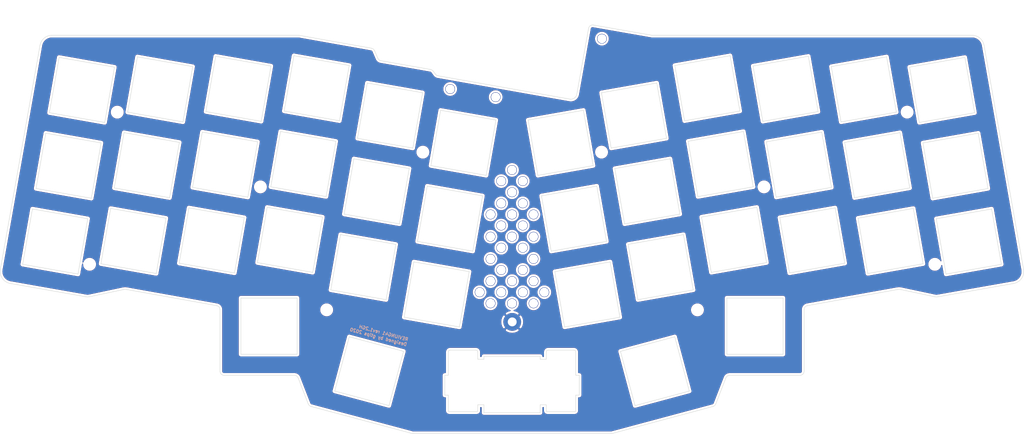
<source format=kicad_pcb>
(kicad_pcb (version 20171130) (host pcbnew "(5.1.2-1)-1")
  (title_block (title "REVIUNG41 TOP PLATE") (date 2019-12-13) (rev 1.1))
  (layers (0 F.Cu signal) (31 B.Cu signal) (34 B.Paste user) (35 F.Paste user) (36 B.SilkS user) (37 F.SilkS user) (38 B.Mask user) (39 F.Mask user) (44 Edge.Cuts user))
  (net 0 "")
  (net 1 GND)
  (module _reviung-kbd:HOLE_2.2mm (layer F.Cu) (at 144.75 81.26)
    (fp_text reference Ref**)
    (fp_text value Val**)
    (pad "" np_thru_hole circle (at 0 0) (size 2.4 2.4) (drill 2.2) (layers *.Cu *.Mask))
  )
  (module _reviung-kbd:HOLE_2.2mm (layer F.Cu) (at 142.08 84.01)
    (fp_text reference Ref**)
    (fp_text value Val**)
    (pad "" np_thru_hole circle (at 0 0) (size 2.4 2.4) (drill 2.2) (layers *.Cu *.Mask))
  )
  (module _reviung-kbd:HOLE_2.2mm (layer F.Cu) (at 147.42 84.01)
    (fp_text reference Ref**)
    (fp_text value Val**)
    (pad "" np_thru_hole circle (at 0 0) (size 2.4 2.4) (drill 2.2) (layers *.Cu *.Mask))
  )
  (module _reviung-kbd:HOLE_2.2mm (layer F.Cu) (at 139.44 114.27)
    (fp_text reference Ref**)
    (fp_text value Val**)
    (pad "" np_thru_hole circle (at 0 0) (size 2.4 2.4) (drill 2.2) (layers *.Cu *.Mask))
  )
  (module _reviung-kbd:HOLE_2.2mm (layer F.Cu) (at 144.75 114.28)
    (fp_text reference Ref**)
    (fp_text value Val**)
    (pad "" np_thru_hole circle (at 0 0) (size 2.4 2.4) (drill 2.2) (layers *.Cu *.Mask))
  )
  (module _reviung-kbd:HOLE_2.2mm (layer F.Cu) (at 150.08 114.28)
    (fp_text reference Ref**)
    (fp_text value Val**)
    (pad "" np_thru_hole circle (at 0 0) (size 2.4 2.4) (drill 2.2) (layers *.Cu *.Mask))
  )
  (module _reviung-kbd:HOLE_2.2mm (layer F.Cu) (at 152.75 111.52)
    (fp_text reference Ref**)
    (fp_text value Val**)
    (pad "" np_thru_hole circle (at 0 0) (size 2.4 2.4) (drill 2.2) (layers *.Cu *.Mask))
  )
  (module _reviung-kbd:HOLE_2.2mm (layer F.Cu) (at 147.43 111.52)
    (fp_text reference Ref**)
    (fp_text value Val**)
    (pad "" np_thru_hole circle (at 0 0) (size 2.4 2.4) (drill 2.2) (layers *.Cu *.Mask))
  )
  (module _reviung-kbd:HOLE_2.2mm (layer F.Cu) (at 142.08 111.52)
    (fp_text reference Ref**)
    (fp_text value Val**)
    (pad "" np_thru_hole circle (at 0 0) (size 2.4 2.4) (drill 2.2) (layers *.Cu *.Mask))
  )
  (module _reviung-kbd:HOLE_2.2mm (layer F.Cu) (at 136.74 111.52)
    (fp_text reference Ref**)
    (fp_text value Val**)
    (pad "" np_thru_hole circle (at 0 0) (size 2.4 2.4) (drill 2.2) (layers *.Cu *.Mask))
  )
  (module _reviung-kbd:HOLE_2.2mm (layer F.Cu) (at 150.08 108.77)
    (fp_text reference Ref**)
    (fp_text value Val**)
    (pad "" np_thru_hole circle (at 0 0) (size 2.4 2.4) (drill 2.2) (layers *.Cu *.Mask))
  )
  (module _reviung-kbd:HOLE_2.2mm (layer F.Cu) (at 144.76 108.77)
    (fp_text reference Ref**)
    (fp_text value Val**)
    (pad "" np_thru_hole circle (at 0 0) (size 2.4 2.4) (drill 2.2) (layers *.Cu *.Mask))
  )
  (module _reviung-kbd:HOLE_2.2mm (layer F.Cu) (at 139.44 108.77)
    (fp_text reference Ref**)
    (fp_text value Val**)
    (pad "" np_thru_hole circle (at 0 0) (size 2.4 2.4) (drill 2.2) (layers *.Cu *.Mask))
  )
  (module _reviung-kbd:HOLE_2.2mm (layer F.Cu) (at 147.42 106.01)
    (fp_text reference Ref**)
    (fp_text value Val**)
    (pad "" np_thru_hole circle (at 0 0) (size 2.4 2.4) (drill 2.2) (layers *.Cu *.Mask))
  )
  (module _reviung-kbd:HOLE_2.2mm (layer F.Cu) (at 142.08 106.02)
    (fp_text reference Ref**)
    (fp_text value Val**)
    (pad "" np_thru_hole circle (at 0 0) (size 2.4 2.4) (drill 2.2) (layers *.Cu *.Mask))
  )
  (module _reviung-kbd:HOLE_2.2mm (layer F.Cu) (at 150.07 103.27)
    (fp_text reference Ref**)
    (fp_text value Val**)
    (pad "" np_thru_hole circle (at 0 0) (size 2.4 2.4) (drill 2.2) (layers *.Cu *.Mask))
  )
  (module _reviung-kbd:HOLE_2.2mm (layer F.Cu) (at 139.44 103.27)
    (fp_text reference Ref**)
    (fp_text value Val**)
    (pad "" np_thru_hole circle (at 0 0) (size 2.4 2.4) (drill 2.2) (layers *.Cu *.Mask))
  )
  (module _reviung-kbd:HOLE_2.2mm (layer F.Cu) (at 147.42 100.51)
    (fp_text reference Ref**)
    (fp_text value Val**)
    (pad "" np_thru_hole circle (at 0 0) (size 2.4 2.4) (drill 2.2) (layers *.Cu *.Mask))
  )
  (module _reviung-kbd:HOLE_2.2mm (layer F.Cu) (at 142.09 100.51)
    (fp_text reference Ref**)
    (fp_text value Val**)
    (pad "" np_thru_hole circle (at 0 0) (size 2.4 2.4) (drill 2.2) (layers *.Cu *.Mask))
  )
  (module _reviung-kbd:HOLE_2.2mm (layer F.Cu) (at 150.07 97.77)
    (fp_text reference Ref**)
    (fp_text value Val**)
    (pad "" np_thru_hole circle (at 0 0) (size 2.4 2.4) (drill 2.2) (layers *.Cu *.Mask))
  )
  (module _reviung-kbd:HOLE_2.2mm (layer F.Cu) (at 144.75 97.77)
    (fp_text reference Ref**)
    (fp_text value Val**)
    (pad "" np_thru_hole circle (at 0 0) (size 2.4 2.4) (drill 2.2) (layers *.Cu *.Mask))
  )
  (module _reviung-kbd:HOLE_2.2mm (layer F.Cu) (at 139.44 97.77)
    (fp_text reference Ref**)
    (fp_text value Val**)
    (pad "" np_thru_hole circle (at 0 0) (size 2.4 2.4) (drill 2.2) (layers *.Cu *.Mask))
  )
  (module _reviung-kbd:HOLE_2.2mm (layer F.Cu) (at 147.42 95.01)
    (fp_text reference Ref**)
    (fp_text value Val**)
    (pad "" np_thru_hole circle (at 0 0) (size 2.4 2.4) (drill 2.2) (layers *.Cu *.Mask))
  )
  (module _reviung-kbd:HOLE_2.2mm (layer F.Cu) (at 142.08 95.01)
    (fp_text reference Ref**)
    (fp_text value Val**)
    (pad "" np_thru_hole circle (at 0 0) (size 2.4 2.4) (drill 2.2) (layers *.Cu *.Mask))
  )
  (module _reviung-kbd:HOLE_2.2mm (layer F.Cu) (at 150.07 92.27)
    (fp_text reference Ref**)
    (fp_text value Val**)
    (pad "" np_thru_hole circle (at 0 0) (size 2.4 2.4) (drill 2.2) (layers *.Cu *.Mask))
  )
  (module _reviung-kbd:HOLE_2.2mm (layer F.Cu) (at 144.76 92.27)
    (fp_text reference Ref**)
    (fp_text value Val**)
    (pad "" np_thru_hole circle (at 0 0) (size 2.4 2.4) (drill 2.2) (layers *.Cu *.Mask))
  )
  (module _reviung-kbd:HOLE_2.2mm (layer F.Cu) (at 139.44 92.27)
    (fp_text reference Ref**)
    (fp_text value Val**)
    (pad "" np_thru_hole circle (at 0 0) (size 2.4 2.4) (drill 2.2) (layers *.Cu *.Mask))
  )
  (module _reviung-kbd:HOLE_2.2mm (layer F.Cu) (at 147.42 89.51)
    (fp_text reference Ref**)
    (fp_text value Val**)
    (pad "" np_thru_hole circle (at 0 0) (size 2.4 2.4) (drill 2.2) (layers *.Cu *.Mask))
  )
  (module _reviung-kbd:HOLE_2.2mm (layer F.Cu) (at 142.08 89.51)
    (fp_text reference Ref**)
    (fp_text value Val**)
    (pad "" np_thru_hole circle (at 0 0) (size 2.4 2.4) (drill 2.2) (layers *.Cu *.Mask))
  )
  (module _reviung-kbd:HOLE_2.2mm (layer F.Cu) (at 144.76 86.77)
    (fp_text reference Ref**)
    (fp_text value Val**)
    (pad "" np_thru_hole circle (at 0 0) (size 2.4 2.4) (drill 2.2) (layers *.Cu *.Mask))
  )
  (module _reviung-kbd:HOLE_2.2mm (layer F.Cu) (at 167 48.77)
    (fp_text reference H14 hide)
    (fp_text value H14 hide)
    (pad "" np_thru_hole circle (at 0 0) (size 2.4 2.4) (drill 2.2) (layers *.Cu *.Mask))
  )
  (module _reviung-kbd:HOLE_2.2mm (layer F.Cu) (at 140.7 63.23)
    (fp_text reference H13 hide)
    (fp_text value H13 hide)
    (pad "" np_thru_hole circle (at 0 0) (size 2.4 2.4) (drill 2.2) (layers *.Cu *.Mask))
  )
  (module _reviung-kbd:HOLE_2.2mm (layer F.Cu) (at 129.45 61.22)
    (fp_text reference H12 hide)
    (fp_text value H12 hide)
    (pad "" np_thru_hole circle (at 0 0) (size 2.4 2.4) (drill 2.2) (layers *.Cu *.Mask))
  )
  (module MountingHole:MountingHole_2.2mm_M2 (layer F.Cu) (at 249.4 104.61)
    (fp_text reference H10 hide)
    (fp_text value MountingHole_2.2mm_M2 hide)
    (pad 1 np_thru_hole circle (at 0 0) (size 2.2 2.2) (drill 2.2) (layers *.Cu *.Mask))
  )
  (module MountingHole:MountingHole_2.2mm_M2 (layer F.Cu) (at 242.54 66.94)
    (fp_text reference H9 hide)
    (fp_text value MountingHole_2.2mm_M2 hide)
    (pad 1 np_thru_hole circle (at 0 0) (size 2.2 2.2) (drill 2.2) (layers *.Cu *.Mask))
  )
  (module MountingHole:MountingHole_2.2mm_M2 (layer F.Cu) (at 207.12 85.45)
    (fp_text reference H8 hide)
    (fp_text value MountingHole_2.2mm_M2 hide)
    (pad 1 np_thru_hole circle (at 0 0) (size 2.2 2.2) (drill 2.2) (layers *.Cu *.Mask))
  )
  (module MountingHole:MountingHole_2.2mm_M2 (layer F.Cu) (at 190.65 115.89)
    (fp_text reference H7 hide)
    (fp_text value MountingHole_2.2mm_M2 hide)
    (pad 1 np_thru_hole circle (at 0 0) (size 2.2 2.2) (drill 2.2) (layers *.Cu *.Mask))
  )
  (module MountingHole:MountingHole_2.2mm_M2 (layer F.Cu) (at 166.91 76.84)
    (fp_text reference H6 hide)
    (fp_text value MountingHole_2.2mm_M2 hide)
    (pad 1 np_thru_hole circle (at 0 0) (size 2.2 2.2) (drill 2.2) (layers *.Cu *.Mask))
  )
  (module MountingHole:MountingHole_2.2mm_M2 (layer F.Cu) (at 98.88 115.88)
    (fp_text reference H5 hide)
    (fp_text value MountingHole_2.2mm_M2 hide)
    (pad 1 np_thru_hole circle (at 0 0) (size 2.2 2.2) (drill 2.2) (layers *.Cu *.Mask))
  )
  (module MountingHole:MountingHole_2.2mm_M2 (layer F.Cu) (at 122.69 76.85)
    (fp_text reference H4 hide)
    (fp_text value MountingHole_2.2mm_M2 hide)
    (pad 1 np_thru_hole circle (at 0 0) (size 2.2 2.2) (drill 2.2) (layers *.Cu *.Mask))
  )
  (module MountingHole:MountingHole_2.2mm_M2 (layer F.Cu) (at 82.48 85.45)
    (fp_text reference H3 hide)
    (fp_text value MountingHole_2.2mm_M2 hide)
    (pad 1 np_thru_hole circle (at 0 0) (size 2.2 2.2) (drill 2.2) (layers *.Cu *.Mask))
  )
  (module MountingHole:MountingHole_2.2mm_M2 (layer F.Cu) (at 40.2 104.61)
    (fp_text reference H2 hide)
    (fp_text value MountingHole_2.2mm_M2 hide)
    (pad 1 np_thru_hole circle (at 0 0) (size 2.2 2.2) (drill 2.2) (layers *.Cu *.Mask))
  )
  (module MountingHole:MountingHole_2.2mm_M2 (layer F.Cu) (at 47.05 66.95)
    (fp_text reference H11 hide)
    (fp_text value MountingHole_2.2mm_M2 hide)
    (pad 1 np_thru_hole circle (at 0 0) (size 2.2 2.2) (drill 2.2) (layers *.Cu *.Mask))
  )
  (module MountingHole:MountingHole_2.2mm_M2_Pad (layer F.Cu) (at 144.8 118.86)
    (fp_text reference H1 hide)
    (fp_text value MountingHole_Pad hide)
    (pad 1 thru_hole circle (at 0 0) (size 4.4 4.4) (drill 2.2) (layers *.Cu *.Mask) (net 1 GND))
  )
  (gr_curve (pts (xy 136.288662 140.846668) (xy 136.288662 140.984731) (xy 136.17674 141.096675) (xy 136.038656 141.096675)) (layer Edge.Cuts) (width 0.1))
  (gr_curve (pts (xy 151.710029 139.387563) (xy 151.710029 139.387563) (xy 151.710029 141.324029) (xy 151.710029 141.324029)) (layer Edge.Cuts) (width 0.1))
  (gr_line (start 170.195292 80.911416) (end 183.88412 78.497718) (layer Edge.Cuts) (width 0.1))
  (gr_line (start 169.03929 104.013129) (end 171.452989 117.701957) (layer Edge.Cuts) (width 0.1))
  (gr_line (start 157.76416 120.115656) (end 155.350462 106.426827) (layer Edge.Cuts) (width 0.1))
  (gr_curve (pts (xy 160.54024 140.846668) (xy 160.54024 140.984731) (xy 160.428295 141.096675) (xy 160.290233 141.096675)) (layer Edge.Cuts) (width 0.1))
  (gr_curve (pts (xy 153.72485 125.831823) (xy 153.72485 125.831823) (xy 160.040227 125.831823) (xy 160.040227 125.831823)) (layer Edge.Cuts) (width 0.1))
  (gr_curve (pts (xy 129.463713 125.831823) (xy 129.463713 125.831823) (xy 135.788671 125.831823) (xy 135.788671 125.831823)) (layer Edge.Cuts) (width 0.1))
  (gr_curve (pts (xy 136.288662 139.387563) (xy 136.288662 139.387563) (xy 136.288662 140.846668) (xy 136.288662 140.846668)) (layer Edge.Cuts) (width 0.1))
  (gr_curve (pts (xy 153.474865 141.096675) (xy 153.336782 141.096675) (xy 153.224859 140.984731) (xy 153.224859 140.846668)) (layer Edge.Cuts) (width 0.1))
  (gr_curve (pts (xy 137.802028 127.418591) (xy 137.802028 127.418591) (xy 151.711472 127.418591) (xy 151.711472 127.418591)) (layer Edge.Cuts) (width 0.1))
  (gr_curve (pts (xy 161.375589 132.087212) (xy 161.375589 132.087212) (xy 161.375589 136.977288) (xy 161.375589 136.977288)) (layer Edge.Cuts) (width 0.1))
  (gr_curve (pts (xy 160.040227 125.831823) (xy 160.316373 125.831823) (xy 160.54024 126.055689) (xy 160.54024 126.331835)) (layer Edge.Cuts) (width 0.1))
  (gr_curve (pts (xy 151.711472 128.116696) (xy 151.711472 128.116696) (xy 153.224859 128.116696) (xy 153.224859 128.116696)) (layer Edge.Cuts) (width 0.1))
  (gr_curve (pts (xy 153.224859 126.331835) (xy 153.224859 126.055689) (xy 153.448726 125.831823) (xy 153.72485 125.831823)) (layer Edge.Cuts) (width 0.1))
  (gr_curve (pts (xy 128.963722 126.331835) (xy 128.963722 126.055689) (xy 129.187567 125.831823) (xy 129.463713 125.831823)) (layer Edge.Cuts) (width 0.1))
  (gr_curve (pts (xy 128.128351 132.087212) (xy 128.128351 132.087212) (xy 128.963722 132.087212) (xy 128.963722 132.087212)) (layer Edge.Cuts) (width 0.1))
  (gr_curve (pts (xy 160.54024 136.977288) (xy 160.54024 136.977288) (xy 160.54024 140.846668) (xy 160.54024 140.846668)) (layer Edge.Cuts) (width 0.1))
  (gr_curve (pts (xy 137.802028 128.116696) (xy 137.802028 128.116696) (xy 137.802028 127.418591) (xy 137.802028 127.418591)) (layer Edge.Cuts) (width 0.1))
  (gr_curve (pts (xy 135.788671 125.831823) (xy 136.064795 125.831823) (xy 136.288662 126.055689) (xy 136.288662 126.331835)) (layer Edge.Cuts) (width 0.1))
  (gr_line (start 120.463681 104.013172) (end 134.152509 106.426892) (layer Edge.Cuts) (width 0.1))
  (gr_curve (pts (xy 151.710029 141.324029) (xy 151.710029 141.324029) (xy 137.803471 141.324029) (xy 137.803471 141.324029)) (layer Edge.Cuts) (width 0.1))
  (gr_curve (pts (xy 160.290233 141.096675) (xy 160.290233 141.096675) (xy 153.474865 141.096675) (xy 153.474865 141.096675)) (layer Edge.Cuts) (width 0.1))
  (gr_curve (pts (xy 153.224859 140.846668) (xy 153.224859 140.846668) (xy 153.224859 139.387563) (xy 153.224859 139.387563)) (layer Edge.Cuts) (width 0.1))
  (gr_curve (pts (xy 136.288662 126.331835) (xy 136.288662 126.331835) (xy 136.288662 128.116696) (xy 136.288662 128.116696)) (layer Edge.Cuts) (width 0.1))
  (gr_curve (pts (xy 128.128351 136.977288) (xy 128.128351 136.977288) (xy 128.128351 132.087212) (xy 128.128351 132.087212)) (layer Edge.Cuts) (width 0.1))
  (gr_curve (pts (xy 128.963722 140.846668) (xy 128.963722 140.846668) (xy 128.963722 136.977288) (xy 128.963722 136.977288)) (layer Edge.Cuts) (width 0.1))
  (gr_curve (pts (xy 129.213706 141.096675) (xy 129.075644 141.096675) (xy 128.963722 140.984731) (xy 128.963722 140.846668)) (layer Edge.Cuts) (width 0.1))
  (gr_curve (pts (xy 136.038656 141.096675) (xy 136.038656 141.096675) (xy 129.213706 141.096675) (xy 129.213706 141.096675)) (layer Edge.Cuts) (width 0.1))
  (gr_curve (pts (xy 153.224859 139.387563) (xy 153.224859 139.387563) (xy 151.710029 139.387563) (xy 151.710029 139.387563)) (layer Edge.Cuts) (width 0.1))
  (gr_curve (pts (xy 137.803471 141.324029) (xy 137.803471 141.324029) (xy 137.803471 139.387563) (xy 137.803471 139.387563)) (layer Edge.Cuts) (width 0.1))
  (gr_line (start 103.205152 92.18659) (end 105.61885 78.497761) (layer Edge.Cuts) (width 0.1))
  (gr_line (start 117.898946 126.148769) (end 114.301362 139.575146) (layer Edge.Cuts) (width 0.1))
  (gr_line (start 134.152509 106.426892) (end 131.738789 120.11572) (layer Edge.Cuts) (width 0.1))
  (gr_line (start 155.350462 106.426827) (end 169.03929 104.013129) (layer Edge.Cuts) (width 0.1))
  (gr_line (start 119.307679 80.911481) (end 116.89398 94.60031) (layer Edge.Cuts) (width 0.1))
  (gr_line (start 186.297819 92.186546) (end 172.60899 94.600245) (layer Edge.Cuts) (width 0.1))
  (gr_line (start 183.88412 78.497718) (end 186.297819 92.186546) (layer Edge.Cuts) (width 0.1))
  (gr_curve (pts (xy 160.54024 126.331835) (xy 160.54024 126.331835) (xy 160.54024 132.087212) (xy 160.54024 132.087212)) (layer Edge.Cuts) (width 0.1))
  (gr_line (start 171.452989 117.701957) (end 157.76416 120.115656) (layer Edge.Cuts) (width 0.1))
  (gr_curve (pts (xy 160.54024 132.087212) (xy 160.54024 132.087212) (xy 161.375589 132.087212) (xy 161.375589 132.087212)) (layer Edge.Cuts) (width 0.1))
  (gr_curve (pts (xy 153.224859 128.116696) (xy 153.224859 128.116696) (xy 153.224859 126.331835) (xy 153.224859 126.331835)) (layer Edge.Cuts) (width 0.1))
  (gr_curve (pts (xy 151.711472 127.418591) (xy 151.711472 127.418591) (xy 151.711472 128.116696) (xy 151.711472 128.116696)) (layer Edge.Cuts) (width 0.1))
  (gr_curve (pts (xy 161.375589 136.977288) (xy 161.375589 136.977288) (xy 160.54024 136.977288) (xy 160.54024 136.977288)) (layer Edge.Cuts) (width 0.1))
  (gr_curve (pts (xy 136.288662 128.116696) (xy 136.288662 128.116696) (xy 137.802028 128.116696) (xy 137.802028 128.116696)) (layer Edge.Cuts) (width 0.1))
  (gr_line (start 131.738789 120.11572) (end 118.049961 117.702) (layer Edge.Cuts) (width 0.1))
  (gr_line (start 105.61885 78.497761) (end 119.307679 80.911481) (layer Edge.Cuts) (width 0.1))
  (gr_line (start 116.89398 94.60031) (end 103.205152 92.18659) (layer Edge.Cuts) (width 0.1))
  (gr_curve (pts (xy 137.803471 139.387563) (xy 137.803471 139.387563) (xy 136.288662 139.387563) (xy 136.288662 139.387563)) (layer Edge.Cuts) (width 0.1))
  (gr_curve (pts (xy 128.963722 132.087212) (xy 128.963722 132.087212) (xy 128.963722 126.331835) (xy 128.963722 126.331835)) (layer Edge.Cuts) (width 0.1))
  (gr_curve (pts (xy 128.963722 136.977288) (xy 128.963722 136.977288) (xy 128.128351 136.977288) (xy 128.128351 136.977288)) (layer Edge.Cuts) (width 0.1))
  (gr_line (start 118.049961 117.702) (end 120.463681 104.013172) (layer Edge.Cuts) (width 0.1))
  (gr_line (start 64.789689 90.642369) (end 78.478517 93.056067) (layer Edge.Cuts) (width 0.1))
  (gr_line (start 43.944083 69.501389) (end 30.255255 67.087669) (layer Edge.Cuts) (width 0.1))
  (gr_line (start 49.623603 66.948854) (end 52.037323 53.260025) (layer Edge.Cuts) (width 0.1))
  (gr_line (start 62.375969 104.331197) (end 64.789689 90.642369) (layer Edge.Cuts) (width 0.1))
  (gr_line (start 48.729321 72.020594) (end 62.41815 74.434314) (layer Edge.Cuts) (width 0.1))
  (gr_line (start 82.680802 69.223715) (end 68.991973 66.810016) (layer Edge.Cuts) (width 0.1))
  (gr_line (start 52.037323 53.260025) (end 65.726152 55.673723) (layer Edge.Cuts) (width 0.1))
  (gr_line (start 56.696449 106.883733) (end 43.00762 104.470013) (layer Edge.Cuts) (width 0.1))
  (gr_line (start 46.315601 85.709422) (end 48.729321 72.020594) (layer Edge.Cuts) (width 0.1))
  (gr_line (start 40.636081 88.26198) (end 26.947253 85.84826) (layer Edge.Cuts) (width 0.1))
  (gr_line (start 29.360973 72.159431) (end 43.049801 74.573151) (layer Edge.Cuts) (width 0.1))
  (gr_line (start 115.999677 99.672071) (end 113.585978 113.3609) (layer Edge.Cuts) (width 0.1))
  (gr_line (start 104.460458 55.394994) (end 102.04676 69.083822) (layer Edge.Cuts) (width 0.1))
  (gr_line (start 65.683971 85.570607) (end 68.097669 71.881778) (layer Edge.Cuts) (width 0.1))
  (gr_line (start 113.585978 113.3609) (end 99.89715 110.94718) (layer Edge.Cuts) (width 0.1))
  (gr_line (start 108.926852 59.737192) (end 122.615681 62.150891) (layer Edge.Cuts) (width 0.1))
  (gr_line (start 87.463649 71.741864) (end 101.152478 74.155563) (layer Edge.Cuts) (width 0.1))
  (gr_line (start 39.741799 93.33372) (end 37.328079 107.022549) (layer Edge.Cuts) (width 0.1))
  (gr_line (start 85.049929 85.430693) (end 87.463649 71.741864) (layer Edge.Cuts) (width 0.1))
  (gr_line (start 99.89715 110.94718) (end 102.310848 97.258351) (layer Edge.Cuts) (width 0.1))
  (gr_line (start 106.513132 73.425999) (end 108.926852 59.737192) (layer Edge.Cuts) (width 0.1))
  (gr_line (start 43.049801 74.573151) (end 40.636081 88.26198) (layer Edge.Cuts) (width 0.1))
  (gr_line (start 104.472569 122.551185) (end 117.898946 126.148769) (layer Edge.Cuts) (width 0.1))
  (gr_line (start 60.00443 88.123142) (end 46.315601 85.709422) (layer Edge.Cuts) (width 0.1))
  (gr_line (start 26.05297 90.920022) (end 39.741799 93.33372) (layer Edge.Cuts) (width 0.1))
  (gr_line (start 100.874985 135.977562) (end 104.472569 122.551185) (layer Edge.Cuts) (width 0.1))
  (gr_line (start 84.155647 90.502455) (end 97.844476 92.916153) (layer Edge.Cuts) (width 0.1))
  (gr_line (start 81.741927 104.191283) (end 84.155647 90.502455) (layer Edge.Cuts) (width 0.1))
  (gr_line (start 62.41815 74.434314) (end 60.00443 88.123142) (layer Edge.Cuts) (width 0.1))
  (gr_line (start 59.110147 93.194904) (end 56.696449 106.883733) (layer Edge.Cuts) (width 0.1))
  (gr_line (start 32.668953 53.398841) (end 46.357782 55.812561) (layer Edge.Cuts) (width 0.1))
  (gr_line (start 101.152478 74.155563) (end 98.738758 87.844391) (layer Edge.Cuts) (width 0.1))
  (gr_line (start 37.328079 107.022549) (end 23.63925 104.60885) (layer Edge.Cuts) (width 0.1))
  (gr_line (start 98.738758 87.844391) (end 85.049929 85.430693) (layer Edge.Cuts) (width 0.1))
  (gr_line (start 23.63925 104.60885) (end 26.05297 90.920022) (layer Edge.Cuts) (width 0.1))
  (gr_line (start 63.312432 69.362552) (end 49.623603 66.948854) (layer Edge.Cuts) (width 0.1))
  (gr_line (start 79.372799 87.984305) (end 65.683971 85.570607) (layer Edge.Cuts) (width 0.1))
  (gr_line (start 102.04676 69.083822) (end 88.357931 66.670102) (layer Edge.Cuts) (width 0.1))
  (gr_line (start 68.097669 71.881778) (end 81.786498 74.295477) (layer Edge.Cuts) (width 0.1))
  (gr_line (start 85.0945 55.534886) (end 82.680802 69.223715) (layer Edge.Cuts) (width 0.1))
  (gr_line (start 81.786498 74.295477) (end 79.372799 87.984305) (layer Edge.Cuts) (width 0.1))
  (gr_line (start 71.405672 53.121188) (end 85.0945 55.534886) (layer Edge.Cuts) (width 0.1))
  (gr_line (start 120.201961 75.839719) (end 106.513132 73.425999) (layer Edge.Cuts) (width 0.1))
  (gr_line (start 76.064797 106.744896) (end 62.375969 104.331197) (layer Edge.Cuts) (width 0.1))
  (gr_line (start 97.844476 92.916153) (end 95.430756 106.604982) (layer Edge.Cuts) (width 0.1))
  (gr_line (start 30.255255 67.087669) (end 32.668953 53.398841) (layer Edge.Cuts) (width 0.1))
  (gr_line (start 46.357782 55.812561) (end 43.944083 69.501389) (layer Edge.Cuts) (width 0.1))
  (gr_line (start 65.726152 55.673723) (end 63.312432 69.362552) (layer Edge.Cuts) (width 0.1))
  (gr_line (start 68.991973 66.810016) (end 71.405672 53.121188) (layer Edge.Cuts) (width 0.1))
  (gr_line (start 122.615681 62.150891) (end 120.201961 75.839719) (layer Edge.Cuts) (width 0.1))
  (gr_line (start 102.310848 97.258351) (end 115.999677 99.672071) (layer Edge.Cuts) (width 0.1))
  (gr_line (start 114.301362 139.575146) (end 100.874985 135.977562) (layer Edge.Cuts) (width 0.1))
  (gr_line (start 95.430756 106.604982) (end 81.741927 104.191283) (layer Edge.Cuts) (width 0.1))
  (gr_line (start 77.661681 126.86019) (end 77.661681 112.960198) (layer Edge.Cuts) (width 0.1))
  (gr_line (start 43.00762 104.470013) (end 45.421319 90.781184) (layer Edge.Cuts) (width 0.1))
  (gr_line (start 90.77163 52.981274) (end 104.460458 55.394994) (layer Edge.Cuts) (width 0.1))
  (gr_line (start 45.421319 90.781184) (end 59.110147 93.194904) (layer Edge.Cuts) (width 0.1))
  (gr_line (start 91.561672 112.960198) (end 91.561672 126.86019) (layer Edge.Cuts) (width 0.1))
  (gr_line (start 77.661681 112.960198) (end 91.561672 112.960198) (layer Edge.Cuts) (width 0.1))
  (gr_line (start 88.357931 66.670102) (end 90.77163 52.981274) (layer Edge.Cuts) (width 0.1))
  (gr_line (start 26.947253 85.84826) (end 29.360973 72.159431) (layer Edge.Cuts) (width 0.1))
  (gr_line (start 91.561672 126.86019) (end 77.661681 126.86019) (layer Edge.Cuts) (width 0.1))
  (gr_line (start 78.478517 93.056067) (end 76.064797 106.744896) (layer Edge.Cuts) (width 0.1))
  (gr_line (start 123.771661 85.252603) (end 137.46049 87.666301) (layer Edge.Cuts) (width 0.1))
  (gr_line (start 127.079663 66.492012) (end 140.768492 68.905711) (layer Edge.Cuts) (width 0.1))
  (gr_line (start 151.148199 82.594475) (end 148.734479 68.905646) (layer Edge.Cuts) (width 0.1))
  (gr_line (start 164.837027 80.180776) (end 151.148199 82.594475) (layer Edge.Cuts) (width 0.1))
  (gr_line (start 154.456179 101.355065) (end 152.042481 87.666237) (layer Edge.Cuts) (width 0.1))
  (gr_line (start 246.453191 74.573108) (end 260.14202 72.15941) (layer Edge.Cuts) (width 0.1))
  (gr_line (start 165.731309 85.252538) (end 168.145008 98.941367) (layer Edge.Cuts) (width 0.1))
  (gr_line (start 260.14202 72.15941) (end 262.555718 85.848238) (layer Edge.Cuts) (width 0.1))
  (gr_curve (pts (xy 240.964361 110.858216) (xy 240.964361 110.858216) (xy 249.381476 112.643445) (xy 249.381476 112.643445)) (layer Edge.Cuts) (width 0.1))
  (gr_line (start 166.887311 62.150848) (end 180.57614 59.737127) (layer Edge.Cuts) (width 0.1))
  (gr_line (start 187.454208 69.085889) (end 185.04051 55.397061) (layer Edge.Cuts) (width 0.1))
  (gr_curve (pts (xy 217.867113 114.831553) (xy 217.867113 114.831553) (xy 240.197984 110.845811) (xy 240.197984 110.845811)) (layer Edge.Cuts) (width 0.1))
  (gr_line (start 206.822191 69.223693) (end 204.408492 55.534865) (layer Edge.Cuts) (width 0.1))
  (gr_line (start 207.716473 74.295434) (end 221.405301 71.881735) (layer Edge.Cuts) (width 0.1))
  (gr_line (start 204.451039 85.43276) (end 190.76221 87.84648) (layer Edge.Cuts) (width 0.1))
  (gr_curve (pts (xy 217.042822 115.815995) (xy 217.042822 115.331492) (xy 217.390147 114.916685) (xy 217.867113 114.831553)) (layer Edge.Cuts) (width 0.1))
  (gr_line (start 182.989838 73.425956) (end 169.30101 75.839676) (layer Edge.Cuts) (width 0.1))
  (gr_line (start 185.04051 55.397061) (end 198.729338 52.983362) (layer Edge.Cuts) (width 0.1))
  (gr_line (start 198.729338 52.983362) (end 201.143037 66.672191) (layer Edge.Cuts) (width 0.1))
  (gr_line (start 202.037319 71.743931) (end 204.451039 85.43276) (layer Edge.Cuts) (width 0.1))
  (gr_line (start 190.76221 87.84648) (end 188.34849 74.157651) (layer Edge.Cuts) (width 0.1))
  (gr_line (start 221.405301 71.881735) (end 223.819 85.570564) (layer Edge.Cuts) (width 0.1))
  (gr_line (start 188.34849 74.157651) (end 202.037319 71.743931) (layer Edge.Cuts) (width 0.1))
  (gr_line (start 223.819 85.570564) (end 210.130171 87.984262) (layer Edge.Cuts) (width 0.1))
  (gr_curve (pts (xy 194.509469 139.793111) (xy 194.817728 139.710576) (xy 195.068086 139.485874) (xy 195.183338 139.188295)) (layer Edge.Cuts) (width 0.1))
  (gr_curve (pts (xy 195.183338 139.188295) (xy 195.183338 139.188295) (xy 197.690355 132.715247) (xy 197.690355 132.715247)) (layer Edge.Cuts) (width 0.1))
  (gr_line (start 245.558909 69.501346) (end 243.145189 55.812518) (layer Edge.Cuts) (width 0.1))
  (gr_line (start 204.408492 55.534865) (end 218.097321 53.121145) (layer Edge.Cuts) (width 0.1))
  (gr_line (start 210.130171 87.984262) (end 207.716473 74.295434) (layer Edge.Cuts) (width 0.1))
  (gr_line (start 223.77684 55.67368) (end 237.465669 53.259982) (layer Edge.Cuts) (width 0.1))
  (gr_curve (pts (xy 198.622859 132.076407) (xy 198.622859 132.076407) (xy 216.042822 132.076407) (xy 216.042822 132.076407)) (layer Edge.Cuts) (width 0.1))
  (gr_line (start 239.879367 66.94881) (end 226.190539 69.362509) (layer Edge.Cuts) (width 0.1))
  (gr_curve (pts (xy 217.042822 131.076407) (xy 217.042822 131.076407) (xy 217.042822 115.815995) (xy 217.042822 115.815995)) (layer Edge.Cuts) (width 0.1))
  (gr_line (start 248.866889 88.261937) (end 246.453191 74.573108) (layer Edge.Cuts) (width 0.1))
  (gr_line (start 218.097321 53.121145) (end 220.511019 66.809973) (layer Edge.Cuts) (width 0.1))
  (gr_line (start 173.503294 99.672007) (end 187.192123 97.258308) (layer Edge.Cuts) (width 0.1))
  (gr_line (start 175.916993 113.360835) (end 173.503294 99.672007) (layer Edge.Cuts) (width 0.1))
  (gr_line (start 243.145189 55.812518) (end 256.834017 53.398819) (layer Edge.Cuts) (width 0.1))
  (gr_line (start 137.46049 87.666301) (end 135.046791 101.35513) (layer Edge.Cuts) (width 0.1))
  (gr_curve (pts (xy 216.042822 132.076407) (xy 216.595107 132.076407) (xy 217.042822 131.628691) (xy 217.042822 131.076407)) (layer Edge.Cuts) (width 0.1))
  (gr_curve (pts (xy 250.143428 112.656636) (xy 250.143428 112.656636) (xy 268.932802 109.346551) (xy 268.932802 109.346551)) (layer Edge.Cuts) (width 0.1))
  (gr_curve (pts (xy 240.197984 110.845811) (xy 240.451854 110.800498) (xy 240.712091 110.804711) (xy 240.964361 110.858216)) (layer Edge.Cuts) (width 0.1))
  (gr_line (start 226.190539 69.362509) (end 223.77684 55.67368) (layer Edge.Cuts) (width 0.1))
  (gr_curve (pts (xy 249.381476 112.643445) (xy 249.632267 112.696637) (xy 249.890946 112.701115) (xy 250.143428 112.656636)) (layer Edge.Cuts) (width 0.1))
  (gr_curve (pts (xy 268.932802 109.346551) (xy 270.564721 109.059059) (xy 271.654493 107.502939) (xy 271.366731 105.871068)) (layer Edge.Cuts) (width 0.1))
  (gr_line (start 169.30101 75.839676) (end 166.887311 62.150848) (layer Edge.Cuts) (width 0.1))
  (gr_line (start 148.734479 68.905646) (end 162.423307 66.491948) (layer Edge.Cuts) (width 0.1))
  (gr_line (start 162.423307 66.491948) (end 164.837027 80.180776) (layer Edge.Cuts) (width 0.1))
  (gr_curve (pts (xy 197.690355 132.715247) (xy 197.839484 132.3302) (xy 198.209941 132.076407) (xy 198.622859 132.076407)) (layer Edge.Cuts) (width 0.1))
  (gr_line (start 187.192123 97.258308) (end 189.605821 110.947137) (layer Edge.Cuts) (width 0.1))
  (gr_line (start 220.511019 66.809973) (end 206.822191 69.223693) (layer Edge.Cuts) (width 0.1))
  (gr_line (start 259.247737 67.087648) (end 245.558909 69.501346) (layer Edge.Cuts) (width 0.1))
  (gr_line (start 262.555718 85.848238) (end 248.866889 88.261937) (layer Edge.Cuts) (width 0.1))
  (gr_line (start 237.465669 53.259982) (end 239.879367 66.94881) (layer Edge.Cuts) (width 0.1))
  (gr_line (start 256.834017 53.398819) (end 259.247737 67.087648) (layer Edge.Cuts) (width 0.1))
  (gr_line (start 121.357963 98.941431) (end 123.771661 85.252603) (layer Edge.Cuts) (width 0.1))
  (gr_line (start 135.046791 101.35513) (end 121.357963 98.941431) (layer Edge.Cuts) (width 0.1))
  (gr_line (start 124.665965 80.180841) (end 127.079663 66.492012) (layer Edge.Cuts) (width 0.1))
  (gr_line (start 189.605821 110.947137) (end 175.916993 113.360835) (layer Edge.Cuts) (width 0.1))
  (gr_line (start 180.57614 59.737127) (end 182.989838 73.425956) (layer Edge.Cuts) (width 0.1))
  (gr_line (start 138.354794 82.594539) (end 124.665965 80.180841) (layer Edge.Cuts) (width 0.1))
  (gr_line (start 168.145008 98.941367) (end 154.456179 101.355065) (layer Edge.Cuts) (width 0.1))
  (gr_line (start 152.042481 87.666237) (end 165.731309 85.252538) (layer Edge.Cuts) (width 0.1))
  (gr_line (start 140.768492 68.905711) (end 138.354794 82.594539) (layer Edge.Cuts) (width 0.1))
  (gr_line (start 201.143037 66.672191) (end 187.454208 69.085889) (layer Edge.Cuts) (width 0.1))
  (gr_curve (pts (xy 125.811718 57.558914) (xy 125.811718 57.558914) (xy 125.239529 56.779931) (xy 125.239529 56.779931)) (layer Edge.Cuts) (width 0.1))
  (gr_curve (pts (xy 30.881925 47.923218) (xy 29.426606 47.923215) (xy 28.181183 48.967718) (xy 27.927756 50.400802)) (layer Edge.Cuts) (width 0.1))
  (gr_curve (pts (xy 125.239529 56.779931) (xy 125.087211 56.572564) (xy 124.860825 56.431888) (xy 124.607446 56.387154)) (layer Edge.Cuts) (width 0.1))
  (gr_curve (pts (xy 91.991651 47.923341) (xy 91.991651 47.923341) (xy 30.881925 47.923218) (xy 30.881925 47.923218)) (layer Edge.Cuts) (width 0.1))
  (gr_curve (pts (xy 271.366731 105.871068) (xy 271.366731 105.871068) (xy 261.585432 50.402362) (xy 261.585432 50.402362)) (layer Edge.Cuts) (width 0.1))
  (gr_curve (pts (xy 109.978429 51.126636) (xy 109.978429 51.126636) (xy 91.991651 47.923341) (xy 91.991651 47.923341)) (layer Edge.Cuts) (width 0.1))
  (gr_curve (pts (xy 110.720976 51.714286) (xy 110.587769 51.406198) (xy 110.308882 51.185487) (xy 109.978429 51.126636)) (layer Edge.Cuts) (width 0.1))
  (gr_curve (pts (xy 111.547006 53.624783) (xy 111.547006 53.624783) (xy 110.720976 51.714286) (xy 110.720976 51.714286)) (layer Edge.Cuts) (width 0.1))
  (gr_curve (pts (xy 163.703039 46.191115) (xy 163.703039 46.191115) (xy 160.788374 62.504827) (xy 160.788374 62.504827)) (layer Edge.Cuts) (width 0.1))
  (gr_curve (pts (xy 124.607446 56.387154) (xy 124.607446 56.387154) (xy 112.291025 54.212694) (xy 112.291025 54.212694)) (layer Edge.Cuts) (width 0.1))
  (gr_curve (pts (xy 160.788374 62.504827) (xy 160.642853 63.319325) (xy 159.865292 63.862176) (xy 159.050539 63.718089)) (layer Edge.Cuts) (width 0.1))
  (gr_curve (pts (xy 112.291025 54.212694) (xy 111.959963 54.154245) (xy 111.680423 53.933358) (xy 111.547006 53.624783)) (layer Edge.Cuts) (width 0.1))
  (gr_curve (pts (xy 159.050539 63.718089) (xy 159.050539 63.718089) (xy 126.443517 57.951642) (xy 126.443517 57.951642)) (layer Edge.Cuts) (width 0.1))
  (gr_curve (pts (xy 261.585432 50.402362) (xy 261.332606 48.968615) (xy 260.086882 47.923341) (xy 258.631014 47.923341)) (layer Edge.Cuts) (width 0.1))
  (gr_curve (pts (xy 258.631014 47.923341) (xy 258.631014 47.923341) (xy 179.371694 47.923341) (xy 179.371694 47.923341)) (layer Edge.Cuts) (width 0.1))
  (gr_curve (pts (xy 39.360873 112.656929) (xy 39.612492 112.701217) (xy 39.870268 112.696885) (xy 40.120257 112.644167)) (layer Edge.Cuts) (width 0.1))
  (gr_curve (pts (xy 73.474974 132.076407) (xy 73.474974 132.076407) (xy 90.877171 132.076407) (xy 90.877171 132.076407)) (layer Edge.Cuts) (width 0.1))
  (gr_curve (pts (xy 179.371694 47.923341) (xy 179.371694 47.923341) (xy 164.85995 45.381984) (xy 164.85995 45.381984)) (layer Edge.Cuts) (width 0.1))
  (gr_curve (pts (xy 169.369719 146.52415) (xy 169.369719 146.52415) (xy 194.509469 139.793111) (xy 194.509469 139.793111)) (layer Edge.Cuts) (width 0.1))
  (gr_curve (pts (xy 120.183041 146.52415) (xy 120.183041 146.52415) (xy 169.369719 146.52415) (xy 169.369719 146.52415)) (layer Edge.Cuts) (width 0.1))
  (gr_curve (pts (xy 71.651178 114.84079) (xy 72.127914 114.926128) (xy 72.474974 115.34083) (xy 72.474974 115.825144)) (layer Edge.Cuts) (width 0.1))
  (gr_curve (pts (xy 27.927756 50.400802) (xy 27.927756 50.400802) (xy 18.118649 105.869443) (xy 18.118649 105.869443)) (layer Edge.Cuts) (width 0.1))
  (gr_curve (pts (xy 90.877171 132.076407) (xy 91.289801 132.076407) (xy 91.660061 132.329851) (xy 91.80939 132.714512)) (layer Edge.Cuts) (width 0.1))
  (gr_curve (pts (xy 72.474974 131.076407) (xy 72.474974 131.628691) (xy 72.922689 132.076407) (xy 73.474974 132.076407)) (layer Edge.Cuts) (width 0.1))
  (gr_curve (pts (xy 94.996716 139.792835) (xy 94.996716 139.792835) (xy 120.183041 146.52415) (xy 120.183041 146.52415)) (layer Edge.Cuts) (width 0.1))
  (gr_curve (pts (xy 40.120257 112.644167) (xy 40.120257 112.644167) (xy 48.581343 110.859881) (xy 48.581343 110.859881)) (layer Edge.Cuts) (width 0.1))
  (gr_curve (pts (xy 164.85995 45.381984) (xy 164.317264 45.286946) (xy 163.799939 45.648758) (xy 163.703039 46.191115)) (layer Edge.Cuts) (width 0.1))
  (gr_curve (pts (xy 94.322695 139.188637) (xy 94.438139 139.486014) (xy 94.688533 139.71047) (xy 94.996716 139.792835)) (layer Edge.Cuts) (width 0.1))
  (gr_curve (pts (xy 126.443517 57.951642) (xy 126.190249 57.906852) (xy 125.963977 57.766201) (xy 125.811718 57.558914)) (layer Edge.Cuts) (width 0.1))
  (gr_curve (pts (xy 20.552765 109.34644) (xy 20.552765 109.34644) (xy 39.360873 112.656929) (xy 39.360873 112.656929)) (layer Edge.Cuts) (width 0.1))
  (gr_curve (pts (xy 91.80939 132.714512) (xy 91.80939 132.714512) (xy 94.322695 139.188637) (xy 94.322695 139.188637)) (layer Edge.Cuts) (width 0.1))
  (gr_curve (pts (xy 72.474974 115.825144) (xy 72.474974 115.825144) (xy 72.474974 131.076407) (xy 72.474974 131.076407)) (layer Edge.Cuts) (width 0.1))
  (gr_curve (pts (xy 48.581343 110.859881) (xy 48.833241 110.806761) (xy 49.093027 110.802772) (xy 49.346437 110.848133)) (layer Edge.Cuts) (width 0.1))
  (gr_curve (pts (xy 49.346437 110.848133) (xy 49.346437 110.848133) (xy 71.651178 114.84079) (xy 71.651178 114.84079)) (layer Edge.Cuts) (width 0.1))
  (gr_curve (pts (xy 18.118649 105.869443) (xy 17.829964 107.501907) (xy 18.92007 109.059063) (xy 20.552765 109.34644)) (layer Edge.Cuts) (width 0.1))
  (gr_line (start 194.070191 106.60707) (end 191.656493 92.918242) (layer Edge.Cuts) (width 0.1))
  (gr_line (start 191.656493 92.918242) (end 205.345321 90.504522) (layer Edge.Cuts) (width 0.1))
  (gr_line (start 171.600262 126.150162) (end 185.026638 122.552578) (layer Edge.Cuts) (width 0.1))
  (gr_line (start 232.806522 106.88369) (end 230.392823 93.194861) (layer Edge.Cuts) (width 0.1))
  (gr_line (start 227.084821 74.434271) (end 240.77365 72.020572) (layer Edge.Cuts) (width 0.1))
  (gr_line (start 244.081652 90.781163) (end 246.49535 104.469991) (layer Edge.Cuts) (width 0.1))
  (gr_line (start 246.49535 104.469991) (end 232.806522 106.88369) (layer Edge.Cuts) (width 0.1))
  (gr_line (start 240.77365 72.020572) (end 243.18737 85.709401) (layer Edge.Cuts) (width 0.1))
  (gr_line (start 249.761172 93.333699) (end 263.45 90.92) (layer Edge.Cuts) (width 0.1))
  (gr_line (start 224.713303 90.642325) (end 227.127002 104.331154) (layer Edge.Cuts) (width 0.1))
  (gr_line (start 252.174892 107.022527) (end 249.761172 93.333699) (layer Edge.Cuts) (width 0.1))
  (gr_line (start 211.837791 126.857404) (end 197.937778 126.857404) (layer Edge.Cuts) (width 0.1))
  (gr_line (start 230.392823 93.194861) (end 244.081652 90.781163) (layer Edge.Cuts) (width 0.1))
  (gr_line (start 211.024475 93.056024) (end 224.713303 90.642325) (layer Edge.Cuts) (width 0.1))
  (gr_line (start 175.197846 139.576539) (end 171.600262 126.150162) (layer Edge.Cuts) (width 0.1))
  (gr_line (start 227.127002 104.331154) (end 213.438173 106.744852) (layer Edge.Cuts) (width 0.1))
  (gr_line (start 211.837791 112.957413) (end 211.837791 126.857404) (layer Edge.Cuts) (width 0.1))
  (gr_line (start 188.624201 135.978955) (end 175.197846 139.576539) (layer Edge.Cuts) (width 0.1))
  (gr_line (start 243.18737 85.709401) (end 229.498541 88.123099) (layer Edge.Cuts) (width 0.1))
  (gr_line (start 265.86372 104.608829) (end 252.174892 107.022527) (layer Edge.Cuts) (width 0.1))
  (gr_line (start 197.937778 126.857404) (end 197.9378 112.957413) (layer Edge.Cuts) (width 0.1))
  (gr_line (start 213.438173 106.744852) (end 211.024475 93.056024) (layer Edge.Cuts) (width 0.1))
  (gr_line (start 229.498541 88.123099) (end 227.084821 74.434271) (layer Edge.Cuts) (width 0.1))
  (gr_line (start 207.75902 104.19335) (end 194.070191 106.60707) (layer Edge.Cuts) (width 0.1))
  (gr_line (start 185.026638 122.552578) (end 188.624201 135.978955) (layer Edge.Cuts) (width 0.1))
  (gr_line (start 197.9378 112.957413) (end 211.837791 112.957413) (layer Edge.Cuts) (width 0.1))
  (gr_line (start 205.345321 90.504522) (end 207.75902 104.19335) (layer Edge.Cuts) (width 0.1))
  (gr_line (start 172.60899 94.600245) (end 170.195292 80.911416) (layer Edge.Cuts) (width 0.1))
  (gr_line (start 263.45 90.92) (end 265.86372 104.608829) (layer Edge.Cuts) (width 0.1))
  (gr_text "REVIUNG41 rev1.2GH\nDesigned by gtips 2020" (at 118.94 123.89 -15) (layer B.SilkS) (effects (font (size 0.8 0.8)) (justify left mirror)))
  (zone (net 1) (net_name GND) (layer F.Cu) (connect_pads (clearance 0.508)) (min_thickness 0.254) (fill yes (arc_segments 32) (thermal_gap 0.508) (thermal_bridge_width 0.508))
    (polygon (pts (xy 28.03 50.33) (xy 28.44 49.34) (xy 29.39 48.44) (xy 30.74 48.01) (xy 91.99 48.02) (xy 110 51.24) (xy 110.38 51.42) (xy 110.65 51.75) (xy 111.54 53.82) (xy 111.76 54.09) (xy 112.18 54.28) (xy 124.61 56.48) (xy 124.93 56.61) (xy 125.18 56.83) (xy 125.82 57.7) (xy 126.05 57.9) (xy 126.4 58.02) (xy 159.12 63.82) (xy 159.6 63.84) (xy 160.2 63.6) (xy 160.69 63.1) (xy 160.88 62.64) (xy 163.81 46.12) (xy 163.98 45.8) (xy 164.4 45.51) (xy 164.78 45.45) (xy 179.36 48.01) (xy 258.75 48.03) (xy 260 48.36) (xy 260.99 49.22) (xy 261.48 50.28) (xy 271.32 106.03) (xy 271.26 107.07) (xy 270.61 108.3) (xy 269.71 108.99) (xy 268.96 109.25) (xy 250.16 112.55) (xy 249.74 112.58) (xy 249.08 112.48) (xy 240.83 110.76) (xy 240.53 110.74) (xy 240.23 110.77) (xy 217.79 114.77) (xy 217.53 114.85) (xy 217.21 115.1) (xy 217.03 115.4) (xy 216.95 115.75) (xy 216.96 131.16) (xy 216.78 131.58) (xy 216.46 131.89) (xy 216.07 131.99) (xy 198.5 131.96) (xy 198.09 132.06) (xy 197.74 132.36) (xy 197.63 132.59) (xy 195.05 139.2) (xy 194.88 139.46) (xy 194.53 139.7) (xy 169.36 146.45) (xy 120.19 146.46) (xy 94.99 139.71) (xy 94.62 139.5) (xy 94.39 139.15) (xy 91.83 132.51) (xy 91.5 132.18) (xy 91.13 132.01) (xy 73.4 131.99) (xy 72.96 131.83) (xy 72.65 131.47) (xy 72.55 131.13) (xy 72.54 115.55) (xy 72.38 115.22) (xy 72.08 114.89) (xy 71.73 114.77) (xy 49.26 110.76) (xy 49.03 110.74) (xy 48.71 110.76) (xy 40.06 112.59) (xy 39.82 112.62) (xy 39.54 112.61) (xy 20.41 109.24) (xy 19.46 108.8) (xy 18.49 107.72) (xy 18.23 106.99) (xy 18.2 106.02)))
  )
  (zone (net 1) (net_name GND) (layer B.Cu) (connect_pads (clearance 0.508)) (min_thickness 0.254) (fill yes (arc_segments 32) (thermal_gap 0.508) (thermal_bridge_width 0.508))
    (polygon (pts (xy 28.03 50.33) (xy 28.44 49.34) (xy 29.39 48.44) (xy 30.73 48.01) (xy 92 48.02) (xy 110.01 51.24) (xy 110.39 51.42) (xy 110.66 51.78) (xy 111.53 53.83) (xy 111.75 54.09) (xy 112.18 54.29) (xy 124.61 56.48) (xy 124.93 56.61) (xy 125.18 56.84) (xy 125.82 57.71) (xy 126.06 57.9) (xy 126.41 58.03) (xy 159.14 63.84) (xy 159.59 63.84) (xy 160.2 63.61) (xy 160.7 63.09) (xy 160.88 62.63) (xy 163.81 46.12) (xy 163.98 45.8) (xy 164.4 45.51) (xy 164.78 45.45) (xy 179.36 48.01) (xy 258.76 48.04) (xy 259.99 48.36) (xy 261 49.24) (xy 261.48 50.29) (xy 271.31 106.04) (xy 271.24 107.06) (xy 270.6 108.29) (xy 269.7 108.97) (xy 268.94 109.25) (xy 250.18 112.54) (xy 249.74 112.58) (xy 249.25 112.51) (xy 240.82 110.75) (xy 240.53 110.73) (xy 240.23 110.76) (xy 217.72 114.78) (xy 217.47 114.87) (xy 217.16 115.13) (xy 217 115.41) (xy 216.93 115.75) (xy 216.95 131.15) (xy 216.77 131.58) (xy 216.45 131.88) (xy 216.07 131.98) (xy 198.52 131.95) (xy 198.05 132.06) (xy 197.7 132.36) (xy 197.57 132.73) (xy 195.05 139.18) (xy 194.87 139.45) (xy 194.51 139.71) (xy 169.36 146.45) (xy 120.21 146.45) (xy 94.98 139.71) (xy 94.61 139.5) (xy 94.39 139.15) (xy 91.83 132.51) (xy 91.49 132.17) (xy 91.12 132) (xy 73.4 131.99) (xy 72.94 131.83) (xy 72.65 131.46) (xy 72.56 131.13) (xy 72.54 115.57) (xy 72.38 115.21) (xy 72.08 114.87) (xy 71.69 114.75) (xy 49.26 110.76) (xy 49.03 110.74) (xy 48.71 110.76) (xy 40.06 112.59) (xy 39.82 112.62) (xy 39.53 112.61) (xy 20.41 109.24) (xy 19.45 108.8) (xy 18.48 107.71) (xy 18.23 107) (xy 18.21 105.99)))
  )
)
</source>
